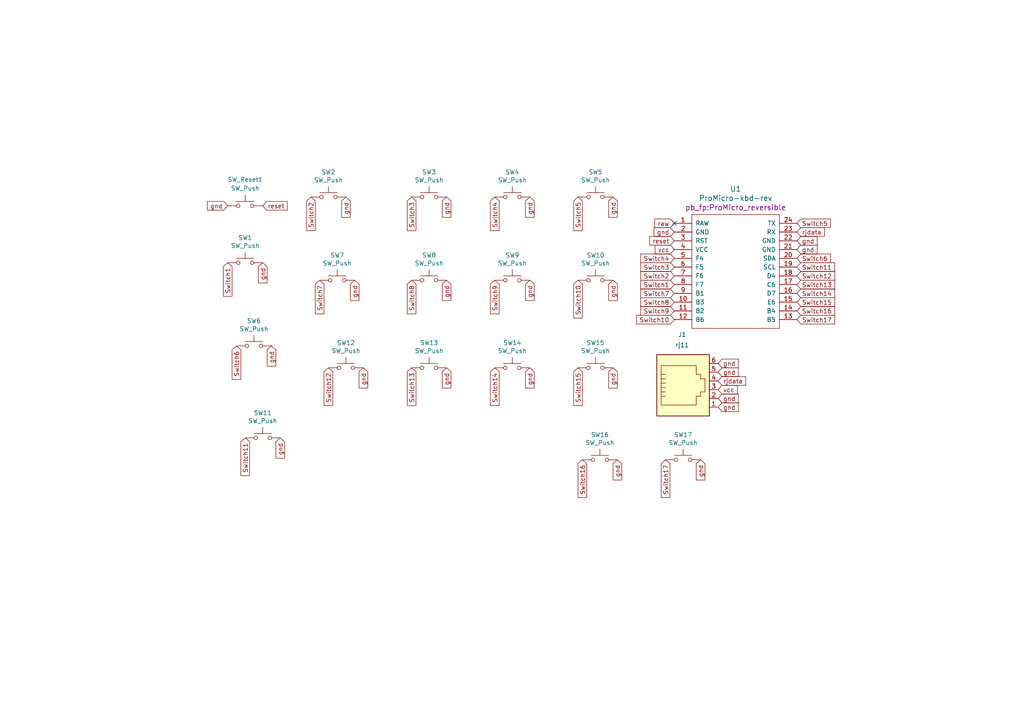
<source format=kicad_sch>
(kicad_sch (version 20231120) (generator "eeschema") (generator_version "8.0")
  (paper "A4")
  (title_block (title "pearbear_mx") (date "2024-09-24") (rev "0") (company "tomsadowski"))
  (lib_symbols
    (symbol "Connector:6P6C" (pin_names (offset 1.016))
      (property "Reference" "J" (at -5.08 11.43 0))
      (property "Value" "6P6C" (at 2.54 11.43 0))
      (symbol "6P6C_0_1"
        (polyline (pts (xy -6.35 -1.905) (xy -5.08 -1.905) (xy -5.08 -1.905)))
        (polyline (pts (xy -6.35 -0.635) (xy -5.08 -0.635) (xy -5.08 -0.635)))
        (polyline (pts (xy -6.35 0.635) (xy -5.08 0.635) (xy -5.08 0.635)))
        (polyline (pts (xy -6.35 1.905) (xy -5.08 1.905) (xy -5.08 1.905)))
        (polyline (pts (xy -6.35 3.175) (xy -5.08 3.175) (xy -5.08 3.175)))
        (polyline (pts (xy -5.08 4.445) (xy -6.35 4.445) (xy -6.35 4.445)))
        (polyline (pts (xy -6.35 -4.445) (xy -6.35 6.985) (xy 3.81 6.985) (xy 3.81 4.445) (xy 5.08 4.445) (xy 5.08 3.175) (xy 6.35 3.175) (xy 6.35 -0.635) (xy 5.08 -0.635) (xy 5.08 -1.905) (xy 3.81 -1.905) (xy 3.81 -4.445) (xy -6.35 -4.445) (xy -6.35 -4.445)))
        (rectangle (start 7.62 10.16) (end -7.62 -7.62) (stroke (width 0.254)) (fill (type background)))
      )
      (symbol "6P6C_1_1"
        (pin passive line (at 10.16 -5.08 180) (length 2.54) (name "~") (number "1"))
        (pin passive line (at 10.16 -2.54 180) (length 2.54) (name "~") (number "2"))
        (pin passive line (at 10.16 0 180) (length 2.54) (name "~") (number "3"))
        (pin passive line (at 10.16 2.54 180) (length 2.54) (name "~") (number "4"))
        (pin passive line (at 10.16 5.08 180) (length 2.54) (name "~") (number "5"))
        (pin passive line (at 10.16 7.62 180) (length 2.54) (name "~") (number "6"))
      )
    )
    (symbol "Switch:SW_Push" (pin_numbers hide) (pin_names (offset 1.016) hide)
      (property "Reference" "SW" (at 1.27 2.54 0))
      (property "Value" "SW_Push" (at 0 -1.524 0))
      (symbol "SW_Push_0_1"
        (circle (center -2.032 0) (radius 0.508))
        (polyline (pts (xy 0 1.27) (xy 0 3.048)))
        (polyline (pts (xy 2.54 1.27) (xy -2.54 1.27)))
        (circle (center 2.032 0) (radius 0.508))
        (pin passive line (at -5.08 0 0) (length 2.54) (name "1") (number "1"))
        (pin passive line (at 5.08 0 180) (length 2.54) (name "2") (number "2"))
      )
    )
    (symbol "misc:ProMicro-kbd-faceup" (pin_names (offset 1.016))
      (property "Reference" "U2" (at 0 29.0322 0))
      (property "Value" "ProMicro-kbd-stupid" (at 0 26.3398 0))
      (property "Footprint" "misc:ProMicro_jumpers_facedown" (at 0 23.6474 0))
      (symbol "ProMicro-kbd-faceup_0_1"
        (rectangle (start -12.7 21.59) (end 12.7 -11.43))
      )
      (symbol "ProMicro-kbd-faceup_1_0"
        (pin power_out line (at 17.78 19.05 180) (length 5.08) (name "RAW") (number "1"))
      )
      (symbol "ProMicro-kbd-faceup_1_1"
        (pin bidirectional line (at 17.78 -3.81 180) (length 5.08) (name "B3") (number "10"))
        (pin bidirectional line (at 17.78 -6.35 180) (length 5.08) (name "B2") (number "11"))
        (pin bidirectional line (at 17.78 -8.89 180) (length 5.08) (name "B6") (number "12"))
        (pin bidirectional line (at -17.78 -8.89 0) (length 5.08) (name "B5") (number "13"))
        (pin bidirectional line (at -17.78 -6.35 0) (length 5.08) (name "B4") (number "14"))
        (pin bidirectional line (at -17.78 -3.81 0) (length 5.08) (name "E6") (number "15"))
        (pin bidirectional line (at -17.78 -1.27 0) (length 5.08) (name "D7") (number "16"))
        (pin bidirectional line (at -17.78 1.27 0) (length 5.08) (name "C6") (number "17"))
        (pin bidirectional line (at -17.78 3.81 0) (length 5.08) (name "D4") (number "18"))
        (pin bidirectional line (at -17.78 6.35 0) (length 5.08) (name "SCL") (number "19"))
        (pin power_in line (at 17.78 16.51 180) (length 5.08) (name "GND") (number "2"))
        (pin bidirectional line (at -17.78 8.89 0) (length 5.08) (name "SDA") (number "20"))
        (pin power_in line (at -17.78 11.43 0) (length 5.08) (name "GND") (number "21"))
        (pin power_in line (at -17.78 13.97 0) (length 5.08) (name "GND") (number "22"))
        (pin bidirectional line (at -17.78 16.51 0) (length 5.08) (name "RX") (number "23"))
        (pin bidirectional line (at -17.78 19.05 0) (length 5.08) (name "TX") (number "24"))
        (pin input line (at 17.78 13.97 180) (length 5.08) (name "RST") (number "3"))
        (pin power_in line (at 17.78 11.43 180) (length 5.08) (name "VCC") (number "4"))
        (pin bidirectional line (at 17.78 8.89 180) (length 5.08) (name "F4") (number "5"))
        (pin bidirectional line (at 17.78 6.35 180) (length 5.08) (name "F5") (number "6"))
        (pin bidirectional line (at 17.78 3.81 180) (length 5.08) (name "F6") (number "7"))
        (pin bidirectional line (at 17.78 1.27 180) (length 5.08) (name "F7") (number "8"))
        (pin bidirectional line (at 17.78 -1.27 180) (length 5.08) (name "B1") (number "9"))
      )
    )
  )
  (no_connect (at 195.58 64.77))
  (global_label "Switch12" (shape input) (at 95.25 106.68 270) (property "Intersheetrefs" "${INTERSHEET_REFS}" (effects (hide yes))))
  (global_label "gnd" (shape input) (at 105.41 106.68 270) (property "Intersheetrefs" "${INTERSHEET_REFS}" (effects (hide yes))))
  (global_label "gnd" (shape input) (at 76.2 76.2 270) (property "Intersheetrefs" "${INTERSHEET_REFS}" (effects (hide yes))))
  (global_label "reset" (shape input) (at 195.58 69.85 180) (property "Intersheetrefs" "${INTERSHEET_REFS}" (effects (hide yes))))
  (global_label "Switch8" (shape input) (at 195.58 87.63 180) (property "Intersheetrefs" "${INTERSHEET_REFS}" (effects (hide yes))))
  (global_label "gnd" (shape input) (at 153.67 57.15 270) (property "Intersheetrefs" "${INTERSHEET_REFS}" (effects (hide yes))))
  (global_label "reset" (shape input) (at 76.2 59.69 0) (property "Intersheetrefs" "${INTERSHEET_REFS}" (effects (hide yes))))
  (global_label "gnd" (shape input) (at 78.74 100.33 270) (property "Intersheetrefs" "${INTERSHEET_REFS}" (effects (hide yes))))
  (global_label "Switch14" (shape input) (at 143.51 106.68 270) (property "Intersheetrefs" "${INTERSHEET_REFS}" (effects (hide yes))))
  (global_label "Switch17" (shape input) (at 193.04 133.35 270) (property "Intersheetrefs" "${INTERSHEET_REFS}" (effects (hide yes))))
  (global_label "Switch5" (shape input) (at 167.64 57.15 270) (property "Intersheetrefs" "${INTERSHEET_REFS}" (effects (hide yes))))
  (global_label "Switch6" (shape input) (at 231.14 74.93 0) (property "Intersheetrefs" "${INTERSHEET_REFS}" (effects (hide yes))))
  (global_label "Switch9" (shape input) (at 195.58 90.17 180) (property "Intersheetrefs" "${INTERSHEET_REFS}" (effects (hide yes))))
  (global_label "Switch3" (shape input) (at 195.58 77.47 180) (property "Intersheetrefs" "${INTERSHEET_REFS}" (effects (hide yes))))
  (global_label "gnd" (shape input) (at 129.54 81.28 270) (property "Intersheetrefs" "${INTERSHEET_REFS}" (effects (hide yes))))
  (global_label "gnd" (shape input) (at 102.87 81.28 270) (property "Intersheetrefs" "${INTERSHEET_REFS}" (effects (hide yes))))
  (global_label "gnd" (shape input) (at 129.54 57.15 270) (property "Intersheetrefs" "${INTERSHEET_REFS}" (effects (hide yes))))
  (global_label "gnd" (shape input) (at 129.54 106.68 270) (property "Intersheetrefs" "${INTERSHEET_REFS}" (effects (hide yes))))
  (global_label "Switch16" (shape input) (at 168.91 133.35 270) (property "Intersheetrefs" "${INTERSHEET_REFS}" (effects (hide yes))))
  (global_label "gnd" (shape input) (at 208.28 118.11 0) (property "Intersheetrefs" "${INTERSHEET_REFS}" (effects (hide yes))))
  (global_label "gnd" (shape input) (at 153.67 106.68 270) (property "Intersheetrefs" "${INTERSHEET_REFS}" (effects (hide yes))))
  (global_label "gnd" (shape input) (at 208.28 105.41 0) (property "Intersheetrefs" "${INTERSHEET_REFS}" (effects (hide yes))))
  (global_label "gnd" (shape input) (at 66.04 59.69 180) (property "Intersheetrefs" "${INTERSHEET_REFS}" (effects (hide yes))))
  (global_label "Switch12" (shape input) (at 231.14 80.01 0) (property "Intersheetrefs" "${INTERSHEET_REFS}" (effects (hide yes))))
  (global_label "gnd" (shape input) (at 195.58 67.31 180) (property "Intersheetrefs" "${INTERSHEET_REFS}" (effects (hide yes))))
  (global_label "Switch15" (shape input) (at 167.64 106.68 270) (property "Intersheetrefs" "${INTERSHEET_REFS}" (effects (hide yes))))
  (global_label "gnd" (shape input) (at 177.8 57.15 270) (property "Intersheetrefs" "${INTERSHEET_REFS}" (effects (hide yes))))
  (global_label "Switch4" (shape input) (at 195.58 74.93 180) (property "Intersheetrefs" "${INTERSHEET_REFS}" (effects (hide yes))))
  (global_label "Switch16" (shape input) (at 231.14 90.17 0) (property "Intersheetrefs" "${INTERSHEET_REFS}" (effects (hide yes))))
  (global_label "Switch10" (shape input) (at 195.58 92.71 180) (property "Intersheetrefs" "${INTERSHEET_REFS}" (effects (hide yes))))
  (global_label "gnd" (shape input) (at 100.33 57.15 270) (property "Intersheetrefs" "${INTERSHEET_REFS}" (effects (hide yes))))
  (global_label "gnd" (shape input) (at 203.2 133.35 270) (property "Intersheetrefs" "${INTERSHEET_REFS}" (effects (hide yes))))
  (global_label "gnd" (shape input) (at 231.14 69.85 0) (property "Intersheetrefs" "${INTERSHEET_REFS}" (effects (hide yes))))
  (global_label "gnd" (shape input) (at 208.28 115.57 0) (property "Intersheetrefs" "${INTERSHEET_REFS}" (effects (hide yes))))
  (global_label "vcc" (shape input) (at 195.58 72.39 180) (property "Intersheetrefs" "${INTERSHEET_REFS}" (effects (hide yes))))
  (global_label "gnd" (shape input) (at 177.8 81.28 270) (property "Intersheetrefs" "${INTERSHEET_REFS}" (effects (hide yes))))
  (global_label "Switch13" (shape input) (at 231.14 82.55 0) (property "Intersheetrefs" "${INTERSHEET_REFS}" (effects (hide yes))))
  (global_label "raw" (shape input) (at 195.58 64.77 180) (property "Intersheetrefs" "${INTERSHEET_REFS}" (effects (hide yes))))
  (global_label "vcc" (shape input) (at 208.28 113.03 0) (property "Intersheetrefs" "${INTERSHEET_REFS}" (effects (hide yes))))
  (global_label "gnd" (shape input) (at 231.14 72.39 0) (property "Intersheetrefs" "${INTERSHEET_REFS}" (effects (hide yes))))
  (global_label "Switch15" (shape input) (at 231.14 87.63 0) (property "Intersheetrefs" "${INTERSHEET_REFS}" (effects (hide yes))))
  (global_label "Switch1" (shape input) (at 195.58 82.55 180) (property "Intersheetrefs" "${INTERSHEET_REFS}" (effects (hide yes))))
  (global_label "Switch14" (shape input) (at 231.14 85.09 0) (property "Intersheetrefs" "${INTERSHEET_REFS}" (effects (hide yes))))
  (global_label "Switch1" (shape input) (at 66.04 76.2 270) (property "Intersheetrefs" "${INTERSHEET_REFS}" (effects (hide yes))))
  (global_label "Switch2" (shape input) (at 195.58 80.01 180) (property "Intersheetrefs" "${INTERSHEET_REFS}" (effects (hide yes))))
  (global_label "Switch3" (shape input) (at 119.38 57.15 270) (property "Intersheetrefs" "${INTERSHEET_REFS}" (effects (hide yes))))
  (global_label "Switch2" (shape input) (at 90.17 57.15 270) (property "Intersheetrefs" "${INTERSHEET_REFS}" (effects (hide yes))))
  (global_label "Switch5" (shape input) (at 231.14 64.77 0) (property "Intersheetrefs" "${INTERSHEET_REFS}" (effects (hide yes))))
  (global_label "Switch7" (shape input) (at 195.58 85.09 180) (property "Intersheetrefs" "${INTERSHEET_REFS}" (effects (hide yes))))
  (global_label "gnd" (shape input) (at 208.28 107.95 0) (property "Intersheetrefs" "${INTERSHEET_REFS}" (effects (hide yes))))
  (global_label "gnd" (shape input) (at 153.67 81.28 270) (property "Intersheetrefs" "${INTERSHEET_REFS}" (effects (hide yes))))
  (global_label "Switch10" (shape input) (at 167.64 81.28 270) (property "Intersheetrefs" "${INTERSHEET_REFS}" (effects (hide yes))))
  (global_label "Switch7" (shape input) (at 92.71 81.28 270) (property "Intersheetrefs" "${INTERSHEET_REFS}" (effects (hide yes))))
  (global_label "Switch4" (shape input) (at 143.51 57.15 270) (property "Intersheetrefs" "${INTERSHEET_REFS}" (effects (hide yes))))
  (global_label "rjdata" (shape input) (at 208.28 110.49 0) (property "Intersheetrefs" "${INTERSHEET_REFS}" (effects (hide yes))))
  (global_label "Switch17" (shape input) (at 231.14 92.71 0) (property "Intersheetrefs" "${INTERSHEET_REFS}" (effects (hide yes))))
  (global_label "Switch11" (shape input) (at 231.14 77.47 0) (property "Intersheetrefs" "${INTERSHEET_REFS}" (effects (hide yes))))
  (global_label "Switch8" (shape input) (at 119.38 81.28 270) (property "Intersheetrefs" "${INTERSHEET_REFS}" (effects (hide yes))))
  (global_label "gnd" (shape input) (at 179.07 133.35 270) (property "Intersheetrefs" "${INTERSHEET_REFS}" (effects (hide yes))))
  (global_label "gnd" (shape input) (at 81.28 127 270) (property "Intersheetrefs" "${INTERSHEET_REFS}" (effects (hide yes))))
  (global_label "Switch6" (shape input) (at 68.58 100.33 270) (property "Intersheetrefs" "${INTERSHEET_REFS}" (effects (hide yes))))
  (global_label "rjdata" (shape input) (at 231.14 67.31 0) (property "Intersheetrefs" "${INTERSHEET_REFS}" (effects (hide yes))))
  (global_label "Switch9" (shape input) (at 143.51 81.28 270) (property "Intersheetrefs" "${INTERSHEET_REFS}" (effects (hide yes))))
  (global_label "gnd" (shape input) (at 177.8 106.68 270) (property "Intersheetrefs" "${INTERSHEET_REFS}" (effects (hide yes))))
  (global_label "Switch11" (shape input) (at 71.12 127 270) (property "Intersheetrefs" "${INTERSHEET_REFS}" (effects (hide yes))))
  (global_label "Switch13" (shape input) (at 119.38 106.68 270) (property "Intersheetrefs" "${INTERSHEET_REFS}" (effects (hide yes))))
  (symbol (lib_id "misc:ProMicro-kbd-faceup") (at 213.36 83.82 0) (mirror y) (unit 1)
    (property "Reference" "U1" (at 213.36 54.7878 0) (effects (font (size 1.524 1.524))))
    (property "Value" "ProMicro-kbd-rev" (at 213.36 57.4802 0) (effects (font (size 1.524 1.524))))
    (property "Footprint" "pb_fp:ProMicro_reversible" (at 213.36 60.1726 0) (effects (font (size 1.524 1.524))))
  )
  (symbol (lib_id "Switch:SW_Push") (at 71.12 76.2 0) (unit 1)
    (property "Reference" "SW1" (at 71.12 68.961 0))
    (property "Value" "SW_Push" (at 71.12 71.2724 0))
    (property "Footprint" "pb_fp:SW_Cherry_MX_reversible" (effects (hide yes)))
  )
  (symbol (lib_id "Switch:SW_Push") (at 95.25 57.15 0) (unit 1)
    (property "Reference" "SW2" (at 95.25 49.911 0))
    (property "Value" "SW_Push" (at 95.25 52.2224 0))
    (property "Footprint" "pb_fp:SW_Cherry_MX_reversible" (effects (hide yes)))
  )
  (symbol (lib_id "Switch:SW_Push") (at 124.46 57.15 0) (unit 1)
    (property "Reference" "SW3" (at 124.46 49.911 0))
    (property "Value" "SW_Push" (at 124.46 52.2224 0))
    (property "Footprint" "pb_fp:SW_Cherry_MX_reversible" (effects (hide yes)))
  )
  (symbol (lib_id "Switch:SW_Push") (at 148.59 57.15 0) (unit 1)
    (property "Reference" "SW4" (at 148.59 49.911 0))
    (property "Value" "SW_Push" (at 148.59 52.2224 0))
    (property "Footprint" "pb_fp:SW_Cherry_MX_reversible" (effects (hide yes)))
  )
  (symbol (lib_id "Switch:SW_Push") (at 172.72 57.15 0) (unit 1)
    (property "Reference" "SW5" (at 172.72 49.911 0))
    (property "Value" "SW_Push" (at 172.72 52.2224 0))
    (property "Footprint" "pb_fp:SW_Cherry_MX_reversible" (effects (hide yes)))
  )
  (symbol (lib_id "Switch:SW_Push") (at 173.99 133.35 0) (unit 1)
    (property "Reference" "SW16" (at 173.99 126.111 0))
    (property "Value" "SW_Push" (at 173.99 128.4224 0))
    (property "Footprint" "pb_fp:SW_Cherry_MX_reversible" (effects (hide yes)))
  )
  (symbol (lib_id "Switch:SW_Push") (at 198.12 133.35 0) (unit 1)
    (property "Reference" "SW17" (at 198.12 126.111 0))
    (property "Value" "SW_Push" (at 198.12 128.4224 0))
    (property "Footprint" "pb_fp:SW_Cherry_MX_reversible" (effects (hide yes)))
  )
  (symbol (lib_id "Switch:SW_Push") (at 73.66 100.33 0) (unit 1)
    (property "Reference" "SW6" (at 73.66 93.091 0))
    (property "Value" "SW_Push" (at 73.66 95.4024 0))
    (property "Footprint" "pb_fp:SW_Cherry_MX_reversible" (effects (hide yes)))
  )
  (symbol (lib_id "Switch:SW_Push") (at 97.79 81.28 0) (unit 1)
    (property "Reference" "SW7" (at 97.79 74.041 0))
    (property "Value" "SW_Push" (at 97.79 76.3524 0))
    (property "Footprint" "pb_fp:SW_Cherry_MX_reversible" (effects (hide yes)))
  )
  (symbol (lib_id "Switch:SW_Push") (at 124.46 81.28 0) (unit 1)
    (property "Reference" "SW8" (at 124.46 74.041 0))
    (property "Value" "SW_Push" (at 124.46 76.3524 0))
    (property "Footprint" "pb_fp:SW_Cherry_MX_reversible" (effects (hide yes)))
  )
  (symbol (lib_id "Switch:SW_Push") (at 148.59 81.28 0) (unit 1)
    (property "Reference" "SW9" (at 148.59 74.041 0))
    (property "Value" "SW_Push" (at 148.59 76.3524 0))
    (property "Footprint" "pb_fp:SW_Cherry_MX_reversible" (effects (hide yes)))
  )
  (symbol (lib_id "Switch:SW_Push") (at 172.72 81.28 0) (unit 1)
    (property "Reference" "SW10" (at 172.72 74.041 0))
    (property "Value" "SW_Push" (at 172.72 76.3524 0))
    (property "Footprint" "pb_fp:SW_Cherry_MX_reversible" (effects (hide yes)))
  )
  (symbol (lib_id "Switch:SW_Push") (at 76.2 127 0) (unit 1)
    (property "Reference" "SW11" (at 76.2 119.761 0))
    (property "Value" "SW_Push" (at 76.2 122.0724 0))
    (property "Footprint" "pb_fp:SW_Cherry_MX_reversible" (effects (hide yes)))
  )
  (symbol (lib_id "Switch:SW_Push") (at 100.33 106.68 0) (unit 1)
    (property "Reference" "SW12" (at 100.33 99.441 0))
    (property "Value" "SW_Push" (at 100.33 101.7524 0))
    (property "Footprint" "pb_fp:SW_Cherry_MX_reversible" (effects (hide yes)))
  )
  (symbol (lib_id "Switch:SW_Push") (at 124.46 106.68 0) (unit 1)
    (property "Reference" "SW13" (at 124.46 99.441 0))
    (property "Value" "SW_Push" (at 124.46 101.7524 0))
    (property "Footprint" "pb_fp:SW_Cherry_MX_reversible" (effects (hide yes)))
  )
  (symbol (lib_id "Switch:SW_Push") (at 148.59 106.68 0) (unit 1)
    (property "Reference" "SW14" (at 148.59 99.441 0))
    (property "Value" "SW_Push" (at 148.59 101.7524 0))
    (property "Footprint" "pb_fp:SW_Cherry_MX_reversible" (effects (hide yes)))
  )
  (symbol (lib_id "Switch:SW_Push") (at 172.72 106.68 0) (unit 1)
    (property "Reference" "SW15" (at 172.72 99.441 0))
    (property "Value" "SW_Push" (at 172.72 101.7524 0))
    (property "Footprint" "pb_fp:SW_Cherry_MX_reversible" (effects (hide yes)))
  )
  (symbol (lib_id "Connector:6P6C") (at 198.12 113.03 0) (unit 1)
    (property "Reference" "J1" (at 197.866 97.028 0))
    (property "Value" "rj11" (at 197.866 100.076 0))
    (property "Footprint" "pb_fp:RJ11_6P6C_reversible" (effects (hide yes)))
    (property "Description" "RJ connector, 6P6C (6 positions 6 connected), RJ12/RJ18/RJ25" (effects (hide yes)))
  )
  (symbol (lib_id "Switch:SW_Push") (at 71.12 59.69 0) (unit 1)
    (property "Reference" "SW_Reset1" (at 71.12 52.07 0))
    (property "Value" "SW_Push" (at 71.12 54.61 0))
    (property "Footprint" "pb_fp:SW_TH_Tactile_Omron_B3F-10xx_reversible" (effects (hide yes)))
    (property "Description" "Push button switch, generic, two pins" (effects (hide yes)))
  )
)
</source>
